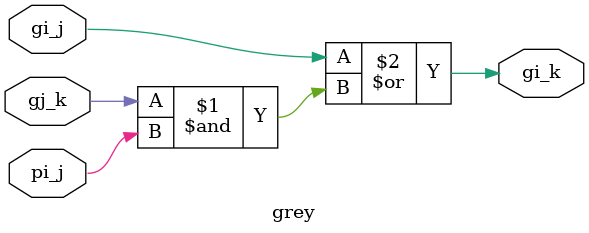
<source format=sv>
`timescale 1ns/1ps

module grey(
  input  wire pi_j,
  input  wire gi_j,
  input  wire gj_k,
  output wire gi_k
);

//  31... i ... j ... k ...0 in that order

assign gi_k = gi_j | (gj_k & pi_j);

endmodule

</source>
